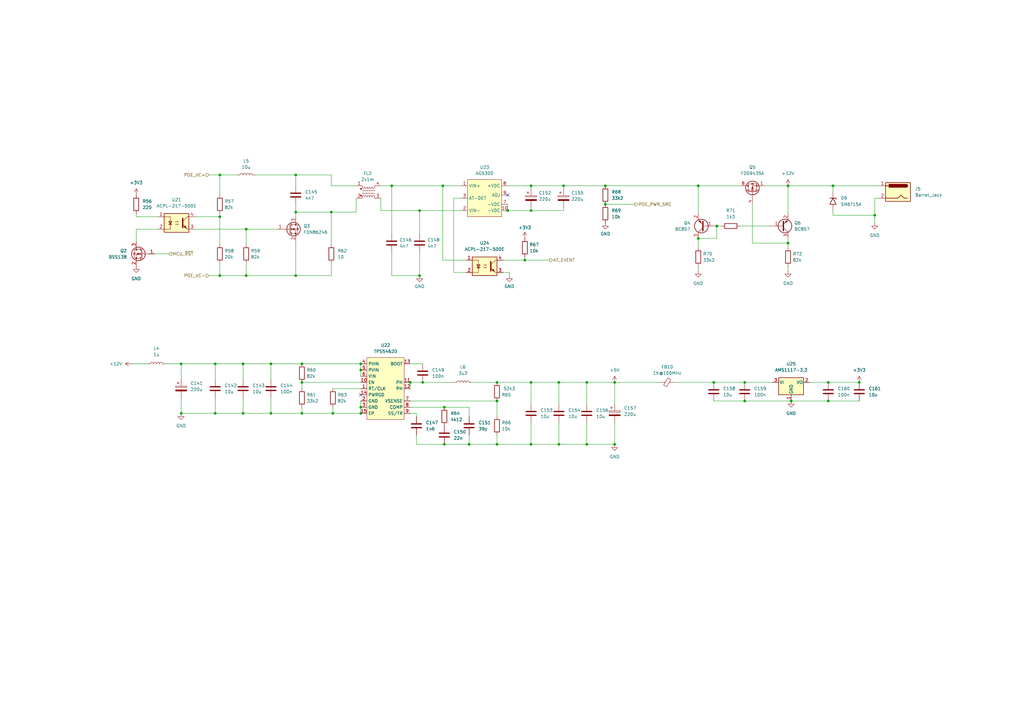
<source format=kicad_sch>
(kicad_sch (version 20211123) (generator eeschema)
  (paper "A3")
  (title_block (title "Kirdy") (date "2022-07-03") (rev "r0.1") (company "M-Labs") (comment 1 "Alex Wong Tat Hang"))
  (lib_symbols
    (symbol "Connector:Barrel_Jack" (pin_names (offset 1.016))
      (property "Reference" "J" (at 0 5.334 0))
      (property "Value" "Barrel_Jack" (at 0 -5.08 0))
      (symbol "Barrel_Jack_0_1"
        (rectangle (start -5.08 3.81) (end 5.08 -3.81) (stroke (width 0.254)) (fill (type background)))
        (arc (start -3.302 3.175) (mid -3.937 2.54) (end -3.302 1.905) (stroke (width 0.254)))
        (arc (start -3.302 3.175) (mid -3.937 2.54) (end -3.302 1.905) (stroke (width 0.254)) (fill (type outline)))
        (polyline (pts (xy 5.08 2.54) (xy 3.81 2.54)) (stroke (width 0.254)))
        (polyline (pts (xy -3.81 -2.54) (xy -2.54 -2.54) (xy -1.27 -1.27) (xy 0 -2.54) (xy 2.54 -2.54) (xy 5.08 -2.54)) (stroke (width 0.254)))
        (rectangle (start 3.683 3.175) (end -3.302 1.905) (stroke (width 0.254)) (fill (type outline)))
      )
      (symbol "Barrel_Jack_1_1"
        (pin passive line (at 7.62 2.54 180) (length 2.54) (name "~") (number "1"))
        (pin passive line (at 7.62 -2.54 180) (length 2.54) (name "~") (number "2"))
      )
    )
    (symbol "Device:C" (pin_numbers hide) (pin_names (offset 0.254))
      (property "Reference" "C" (at 0.635 2.54 0))
      (property "Value" "C" (at 0.635 -2.54 0))
      (symbol "C_0_1"
        (polyline (pts (xy -2.032 -0.762) (xy 2.032 -0.762)) (stroke (width 0.508)))
        (polyline (pts (xy -2.032 0.762) (xy 2.032 0.762)) (stroke (width 0.508)))
      )
      (symbol "C_1_1"
        (pin passive line (at 0 3.81 270) (length 2.794) (name "~") (number "1"))
        (pin passive line (at 0 -3.81 90) (length 2.794) (name "~") (number "2"))
      )
    )
    (symbol "Device:C_Polarized" (pin_numbers hide) (pin_names (offset 0.254))
      (property "Reference" "C" (at 0.635 2.54 0))
      (property "Value" "C_Polarized" (at 0.635 -2.54 0))
      (symbol "C_Polarized_0_1"
        (rectangle (start -2.286 0.508) (end 2.286 1.016))
        (polyline (pts (xy -1.778 2.286) (xy -0.762 2.286)))
        (polyline (pts (xy -1.27 2.794) (xy -1.27 1.778)))
        (rectangle (start 2.286 -0.508) (end -2.286 -1.016) (fill (type outline)))
      )
      (symbol "C_Polarized_1_1"
        (pin passive line (at 0 3.81 270) (length 2.794) (name "~") (number "1"))
        (pin passive line (at 0 -3.81 90) (length 2.794) (name "~") (number "2"))
      )
    )
    (symbol "Device:FerriteBead_Small" (pin_numbers hide) (pin_names (offset 0))
      (property "Reference" "FB" (at 1.905 1.27 0))
      (property "Value" "FerriteBead_Small" (at 1.905 -1.27 0))
      (symbol "FerriteBead_Small_0_1"
        (polyline (pts (xy 0 -1.27) (xy 0 -0.7874)))
        (polyline (pts (xy 0 0.889) (xy 0 1.2954)))
        (polyline (pts (xy -1.8288 0.2794) (xy -1.1176 1.4986) (xy 1.8288 -0.2032) (xy 1.1176 -1.4224) (xy -1.8288 0.2794)))
      )
      (symbol "FerriteBead_Small_1_1"
        (pin passive line (at 0 2.54 270) (length 1.27) (name "~") (number "1"))
        (pin passive line (at 0 -2.54 90) (length 1.27) (name "~") (number "2"))
      )
    )
    (symbol "Device:Filter_EMI_LL_1423" (pin_names hide)
      (property "Reference" "FL" (at 0 4.445 0))
      (property "Value" "Filter_EMI_LL_1423" (at 0 -4.445 0))
      (symbol "Filter_EMI_LL_1423_0_1"
        (circle (center -3.048 -1.27) (radius 0.254) (fill (type outline)))
        (circle (center -3.048 1.524) (radius 0.254) (fill (type outline)))
        (arc (start -2.54 2.032) (mid -2.032 1.524) (end -1.524 2.032))
        (arc (start -1.524 -2.032) (mid -2.032 -1.524) (end -2.54 -2.032))
        (arc (start -1.524 2.032) (mid -1.016 1.524) (end -0.508 2.032))
        (arc (start -0.508 -2.032) (mid -1.016 -1.524) (end -1.524 -2.032))
        (arc (start -0.508 2.032) (mid 0 1.524) (end 0.508 2.032))
        (polyline (pts (xy -2.54 -2.032) (xy -2.54 -2.54)))
        (polyline (pts (xy -2.54 0.508) (xy 2.54 0.508)))
        (polyline (pts (xy -2.54 2.032) (xy -2.54 2.54)))
        (polyline (pts (xy 2.54 -2.032) (xy 2.54 -2.54)))
        (polyline (pts (xy 2.54 -0.508) (xy -2.54 -0.508)))
        (polyline (pts (xy 2.54 2.54) (xy 2.54 2.032)))
        (arc (start 0.508 -2.032) (mid 0 -1.524) (end -0.508 -2.032))
        (arc (start 0.508 2.032) (mid 1.016 1.524) (end 1.524 2.032))
        (arc (start 1.524 -2.032) (mid 1.016 -1.524) (end 0.508 -2.032))
        (arc (start 1.524 2.032) (mid 2.032 1.524) (end 2.54 2.032))
        (arc (start 2.54 -2.032) (mid 2.032 -1.524) (end 1.524 -2.032))
      )
      (symbol "Filter_EMI_LL_1423_1_1"
        (pin passive line (at -5.08 -2.54 0) (length 2.54) (name "1") (number "1"))
        (pin passive line (at -5.08 2.54 0) (length 2.54) (name "2") (number "2"))
        (pin passive line (at 5.08 2.54 180) (length 2.54) (name "3") (number "3"))
        (pin passive line (at 5.08 -2.54 180) (length 2.54) (name "4") (number "4"))
      )
    )
    (symbol "Device:L" (pin_numbers hide) (pin_names (offset 1.016) hide)
      (property "Reference" "L" (at -1.27 0 90))
      (property "Value" "L" (at 1.905 0 90))
      (symbol "L_0_1"
        (arc (start 0 -2.54) (mid 0.635 -1.905) (end 0 -1.27))
        (arc (start 0 -1.27) (mid 0.635 -0.635) (end 0 0))
        (arc (start 0 0) (mid 0.635 0.635) (end 0 1.27))
        (arc (start 0 1.27) (mid 0.635 1.905) (end 0 2.54))
      )
      (symbol "L_1_1"
        (pin passive line (at 0 3.81 270) (length 1.27) (name "1") (number "1"))
        (pin passive line (at 0 -3.81 90) (length 1.27) (name "2") (number "2"))
      )
    )
    (symbol "Device:R" (pin_numbers hide) (pin_names (offset 0))
      (property "Reference" "R" (at 2.032 0 90))
      (property "Value" "R" (at 0 0 90))
      (symbol "R_0_1"
        (rectangle (start -1.016 -2.54) (end 1.016 2.54) (stroke (width 0.254)))
      )
      (symbol "R_1_1"
        (pin passive line (at 0 3.81 270) (length 1.27) (name "~") (number "1"))
        (pin passive line (at 0 -3.81 90) (length 1.27) (name "~") (number "2"))
      )
    )
    (symbol "Diode:SM6T15A" (pin_numbers hide) (pin_names (offset 1.016) hide)
      (property "Reference" "D" (at 0 2.54 0))
      (property "Value" "SM6T15A" (at 0 -2.54 0))
      (symbol "SM6T15A_0_1"
        (polyline (pts (xy -0.762 1.27) (xy -1.27 1.27) (xy -1.27 -1.27)) (stroke (width 0.254)))
        (polyline (pts (xy 1.27 1.27) (xy 1.27 -1.27) (xy -1.27 0) (xy 1.27 1.27)) (stroke (width 0.254)))
      )
      (symbol "SM6T15A_1_1"
        (pin passive line (at -3.81 0 0) (length 2.54) (name "A1") (number "1"))
        (pin passive line (at 3.81 0 180) (length 2.54) (name "A2") (number "2"))
      )
    )
    (symbol "Isolator:SFH617A-2X009T"
      (property "Reference" "U" (at -3.81 5.08 0))
      (property "Value" "SFH617A-2X009T" (at 0 -5.08 0))
      (symbol "SFH617A-2X009T_1_1"
        (rectangle (start -5.08 3.81) (end 5.08 -3.81) (stroke (width 0.254)) (fill (type background)))
        (polyline (pts (xy -3.175 -0.635) (xy -1.905 -0.635)) (stroke (width 0.254)))
        (polyline (pts (xy 2.54 0.635) (xy 4.445 2.54)))
        (polyline (pts (xy 4.445 -2.54) (xy 2.54 -0.635)) (fill (type outline)))
        (polyline (pts (xy 4.445 -2.54) (xy 5.08 -2.54)))
        (polyline (pts (xy 4.445 2.54) (xy 5.08 2.54)))
        (polyline (pts (xy -5.08 2.54) (xy -2.54 2.54) (xy -2.54 -0.762)))
        (polyline (pts (xy -2.54 -0.635) (xy -2.54 -2.54) (xy -5.08 -2.54)))
        (polyline (pts (xy 2.54 1.905) (xy 2.54 -1.905) (xy 2.54 -1.905)) (stroke (width 0.508)))
        (polyline (pts (xy -2.54 -0.635) (xy -3.175 0.635) (xy -1.905 0.635) (xy -2.54 -0.635)) (stroke (width 0.254)))
        (polyline (pts (xy -0.508 -0.508) (xy 0.762 -0.508) (xy 0.381 -0.635) (xy 0.381 -0.381) (xy 0.762 -0.508)))
        (polyline (pts (xy -0.508 0.508) (xy 0.762 0.508) (xy 0.381 0.381) (xy 0.381 0.635) (xy 0.762 0.508)))
        (polyline (pts (xy 3.048 -1.651) (xy 3.556 -1.143) (xy 4.064 -2.159) (xy 3.048 -1.651) (xy 3.048 -1.651)) (fill (type outline)))
        (pin passive line (at -7.62 2.54 0) (length 2.54) (name "~") (number "1"))
        (pin passive line (at -7.62 -2.54 0) (length 2.54) (name "~") (number "2"))
        (pin passive line (at 7.62 -2.54 180) (length 2.54) (name "~") (number "3"))
        (pin passive line (at 7.62 2.54 180) (length 2.54) (name "~") (number "4"))
      )
    )
    (symbol "Regulator_Linear:AMS1117-3.3" (pin_names (offset 0.254))
      (property "Reference" "U" (at -3.81 3.175 0))
      (property "Value" "AMS1117-3.3" (at 0 3.175 0))
      (symbol "AMS1117-3.3_0_1"
        (rectangle (start -5.08 -5.08) (end 5.08 1.905) (stroke (width 0.254)) (fill (type background)))
      )
      (symbol "AMS1117-3.3_1_1"
        (pin power_in line (at 0 -7.62 90) (length 2.54) (name "GND") (number "1"))
        (pin power_out line (at 7.62 0 180) (length 2.54) (name "VO") (number "2"))
        (pin power_in line (at -7.62 0 0) (length 2.54) (name "VI") (number "3"))
      )
    )
    (symbol "Transistor_BJT:BC857" (pin_names (offset 0) hide)
      (property "Reference" "Q" (at 5.08 1.905 0))
      (property "Value" "BC857" (at 5.08 0 0))
      (symbol "BC857_0_1"
        (polyline (pts (xy 0.635 0.635) (xy 2.54 2.54)))
        (polyline (pts (xy 0.635 -0.635) (xy 2.54 -2.54) (xy 2.54 -2.54)))
        (polyline (pts (xy 0.635 1.905) (xy 0.635 -1.905) (xy 0.635 -1.905)) (stroke (width 0.508)))
        (polyline (pts (xy 2.286 -1.778) (xy 1.778 -2.286) (xy 1.27 -1.27) (xy 2.286 -1.778) (xy 2.286 -1.778)) (fill (type outline)))
        (circle (center 1.27 0) (radius 2.8194) (stroke (width 0.254)))
      )
      (symbol "BC857_1_1"
        (pin input line (at -5.08 0 0) (length 5.715) (name "B") (number "1"))
        (pin passive line (at 2.54 -5.08 90) (length 2.54) (name "E") (number "2"))
        (pin passive line (at 2.54 5.08 270) (length 2.54) (name "C") (number "3"))
      )
    )
    (symbol "Transistor_FET:BSS138" (pin_names hide)
      (property "Reference" "Q" (at 5.08 1.905 0))
      (property "Value" "BSS138" (at 5.08 0 0))
      (symbol "BSS138_0_1"
        (polyline (pts (xy 0.254 0) (xy -2.54 0)))
        (polyline (pts (xy 0.254 1.905) (xy 0.254 -1.905)) (stroke (width 0.254)))
        (polyline (pts (xy 0.762 -1.27) (xy 0.762 -2.286)) (stroke (width 0.254)))
        (polyline (pts (xy 0.762 0.508) (xy 0.762 -0.508)) (stroke (width 0.254)))
        (polyline (pts (xy 0.762 2.286) (xy 0.762 1.27)) (stroke (width 0.254)))
        (polyline (pts (xy 2.54 2.54) (xy 2.54 1.778)))
        (polyline (pts (xy 2.54 -2.54) (xy 2.54 0) (xy 0.762 0)))
        (polyline (pts (xy 0.762 -1.778) (xy 3.302 -1.778) (xy 3.302 1.778) (xy 0.762 1.778)))
        (polyline (pts (xy 1.016 0) (xy 2.032 0.381) (xy 2.032 -0.381) (xy 1.016 0)) (fill (type outline)))
        (polyline (pts (xy 2.794 0.508) (xy 2.921 0.381) (xy 3.683 0.381) (xy 3.81 0.254)))
        (polyline (pts (xy 3.302 0.381) (xy 2.921 -0.254) (xy 3.683 -0.254) (xy 3.302 0.381)))
        (circle (center 1.651 0) (radius 2.794) (stroke (width 0.254)))
        (circle (center 2.54 -1.778) (radius 0.254) (fill (type outline)))
        (circle (center 2.54 1.778) (radius 0.254) (fill (type outline)))
      )
      (symbol "BSS138_1_1"
        (pin input line (at -5.08 0 0) (length 2.54) (name "G") (number "1"))
        (pin passive line (at 2.54 -5.08 90) (length 2.54) (name "S") (number "2"))
        (pin passive line (at 2.54 5.08 270) (length 2.54) (name "D") (number "3"))
      )
    )
    (symbol "Transistor_FET:FDS9435A" (pin_names hide)
      (property "Reference" "Q" (at 5.08 1.905 0))
      (property "Value" "FDS9435A" (at 5.08 0 0))
      (symbol "FDS9435A_0_1"
        (polyline (pts (xy 0.254 0) (xy -2.54 0)))
        (polyline (pts (xy 0.254 1.905) (xy 0.254 -1.905)) (stroke (width 0.254)))
        (polyline (pts (xy 0.762 -1.27) (xy 0.762 -2.286)) (stroke (width 0.254)))
        (polyline (pts (xy 0.762 0.508) (xy 0.762 -0.508)) (stroke (width 0.254)))
        (polyline (pts (xy 0.762 2.286) (xy 0.762 1.27)) (stroke (width 0.254)))
        (polyline (pts (xy 2.54 2.54) (xy 2.54 1.778)))
        (polyline (pts (xy 2.54 -2.54) (xy 2.54 0) (xy 0.762 0)))
        (polyline (pts (xy 0.762 1.778) (xy 3.302 1.778) (xy 3.302 -1.778) (xy 0.762 -1.778)))
        (polyline (pts (xy 2.286 0) (xy 1.27 0.381) (xy 1.27 -0.381) (xy 2.286 0)) (fill (type outline)))
        (polyline (pts (xy 2.794 -0.508) (xy 2.921 -0.381) (xy 3.683 -0.381) (xy 3.81 -0.254)))
        (polyline (pts (xy 3.302 -0.381) (xy 2.921 0.254) (xy 3.683 0.254) (xy 3.302 -0.381)))
        (circle (center 1.651 0) (radius 2.794) (stroke (width 0.254)))
        (circle (center 2.54 -1.778) (radius 0.254) (fill (type outline)))
        (circle (center 2.54 1.778) (radius 0.254) (fill (type outline)))
      )
      (symbol "FDS9435A_1_1"
        (pin passive line (at 2.54 -5.08 90) (length 2.54) (name "S") (number "1"))
        (pin passive line (at 2.54 -5.08 90) (length 2.54) hide (name "S") (number "2"))
        (pin passive line (at 2.54 -5.08 90) (length 2.54) hide (name "S") (number "3"))
        (pin passive line (at -5.08 0 0) (length 2.54) (name "G") (number "4"))
        (pin passive line (at 2.54 5.08 270) (length 2.54) hide (name "D") (number "5"))
        (pin passive line (at 2.54 5.08 270) (length 2.54) hide (name "D") (number "6"))
        (pin passive line (at 2.54 5.08 270) (length 2.54) hide (name "D") (number "7"))
        (pin passive line (at 2.54 5.08 270) (length 2.54) (name "D") (number "8"))
      )
    )
    (symbol "kirdy:AG5300"
      (property "Reference" "U" (at 6.35 -6.35 0))
      (property "Value" "AG5300" (at -2.54 -6.35 0))
      (symbol "AG5300_0_0"
        (pin power_in line (at -8.89 7.62 0) (length 2.54) (name "VIN+") (number "1"))
        (pin power_out line (at 10.16 -2.54 180) (length 2.54) (name "-VDC") (number "10"))
        (pin power_in line (at -8.89 -2.54 0) (length 2.54) (name "VIN-") (number "2"))
        (pin output line (at -8.89 2.54 0) (length 2.54) (name "AT-DET") (number "3"))
        (pin no_connect line (at -0.635 5.715 90) (length 2.54) hide (name "NC") (number "4"))
        (pin no_connect line (at 0.635 5.715 90) (length 2.54) hide (name "NC") (number "5"))
        (pin no_connect line (at 1.905 5.715 90) (length 2.54) hide (name "NC") (number "6"))
        (pin power_out line (at 10.16 0 180) (length 2.54) (name "-VDC") (number "7"))
        (pin power_out line (at 10.16 7.62 180) (length 2.54) (name "+VDC") (number "8"))
        (pin input line (at 10.16 3.81 180) (length 2.54) (name "ADJ") (number "9"))
      )
      (symbol "AG5300_0_1"
        (rectangle (start -6.35 10.16) (end 7.62 -5.08) (fill (type background)))
      )
    )
    (symbol "kirdy:TPS54620"
      (property "Reference" "U" (at 0 -17.78 0))
      (property "Value" "TPS54620" (at 0 -15.24 0))
      (symbol "TPS54620_0_0"
        (pin input line (at -10.16 0 0) (length 2.54) (name "RT/CLK") (number "1"))
        (pin input line (at -10.16 2.54 0) (length 2.54) (name "EN") (number "10"))
        (pin power_out line (at 10.16 2.54 180) (length 2.54) (name "PH") (number "11"))
        (pin passive line (at 10.16 0 180) (length 2.54) (name "PH") (number "12"))
        (pin input line (at 10.16 10.16 180) (length 2.54) (name "BOOT") (number "13"))
        (pin output line (at -10.16 -2.54 0) (length 2.54) (name "PWRGD") (number "14"))
        (pin power_in line (at -10.16 -10.16 0) (length 2.54) (name "EP") (number "15"))
        (pin power_in line (at -10.16 -5.08 0) (length 2.54) (name "GND") (number "2"))
        (pin power_in line (at -10.16 -7.62 0) (length 2.54) (name "GND") (number "3"))
        (pin power_in line (at -10.16 10.16 0) (length 2.54) (name "PVIN") (number "4"))
        (pin power_in line (at -10.16 7.62 0) (length 2.54) (name "PVIN") (number "5"))
        (pin power_in line (at -10.16 5.08 0) (length 2.54) (name "VIN") (number "6"))
        (pin input line (at 10.16 -5.08 180) (length 2.54) (name "VSENSE") (number "7"))
        (pin output line (at 10.16 -7.62 180) (length 2.54) (name "COMP") (number "8"))
        (pin output line (at 10.16 -10.16 180) (length 2.54) (name "SS/TR") (number "9"))
      )
      (symbol "TPS54620_0_1"
        (rectangle (start -7.62 12.7) (end 7.62 -12.7) (fill (type background)))
      )
    )
    (symbol "power:+12V" (power) (pin_names (offset 0))
      (property "Value" "+12V" (at 0 3.556 0))
      (symbol "+12V_0_1"
        (polyline (pts (xy -0.762 1.27) (xy 0 2.54)))
        (polyline (pts (xy 0 0) (xy 0 2.54)))
        (polyline (pts (xy 0 2.54) (xy 0.762 1.27)))
      )
      (symbol "+12V_1_1"
        (pin power_in line (at 0 0 90) (length 0) hide (name "+12V") (number "1"))
      )
    )
    (symbol "power:+3V3" (power) (pin_names (offset 0))
      (property "Value" "+3V3" (at 0 3.556 0))
      (symbol "+3V3_0_1"
        (polyline (pts (xy -0.762 1.27) (xy 0 2.54)))
        (polyline (pts (xy 0 0) (xy 0 2.54)))
        (polyline (pts (xy 0 2.54) (xy 0.762 1.27)))
      )
      (symbol "+3V3_1_1"
        (pin power_in line (at 0 0 90) (length 0) hide (name "+3V3") (number "1"))
      )
    )
    (symbol "power:+5V" (power) (pin_names (offset 0))
      (property "Value" "+5V" (at 0 3.556 0))
      (symbol "+5V_0_1"
        (polyline (pts (xy -0.762 1.27) (xy 0 2.54)))
        (polyline (pts (xy 0 0) (xy 0 2.54)))
        (polyline (pts (xy 0 2.54) (xy 0.762 1.27)))
      )
      (symbol "+5V_1_1"
        (pin power_in line (at 0 0 90) (length 0) hide (name "+5V") (number "1"))
      )
    )
    (symbol "power:GND" (power) (pin_names (offset 0))
      (property "Value" "GND" (at 0 -3.81 0))
      (symbol "GND_0_1"
        (polyline (pts (xy 0 0) (xy 0 -1.27) (xy 1.27 -1.27) (xy 0 -2.54) (xy -1.27 -1.27) (xy 0 -1.27)))
      )
      (symbol "GND_1_1"
        (pin power_in line (at 0 0 270) (length 0) hide (name "GND") (number "1"))
      )
    )
  )
  (junction (at 88.265 149.225))
  (junction (at 352.425 156.845))
  (junction (at 323.215 99.695))
  (junction (at 182.245 182.245))
  (junction (at 147.955 167.005))
  (junction (at 100.965 93.98))
  (junction (at 252.095 182.245))
  (junction (at 182.245 167.005))
  (junction (at 121.285 86.995))
  (junction (at 305.435 164.465))
  (junction (at 229.235 156.845))
  (junction (at 203.835 156.845))
  (junction (at 90.17 113.03))
  (junction (at 135.89 86.995))
  (junction (at 294.005 92.71))
  (junction (at 252.095 156.845))
  (junction (at 111.125 169.545))
  (junction (at 168.275 156.845))
  (junction (at 172.085 113.03))
  (junction (at 136.525 169.545))
  (junction (at 74.295 169.545))
  (junction (at 248.285 83.82))
  (junction (at 358.775 88.265))
  (junction (at 90.17 88.9))
  (junction (at 240.665 182.245))
  (junction (at 147.955 149.225))
  (junction (at 203.835 182.245))
  (junction (at 324.485 164.465))
  (junction (at 121.285 113.03))
  (junction (at 240.665 156.845))
  (junction (at 111.125 149.225))
  (junction (at 339.725 164.465))
  (junction (at 181.61 76.2))
  (junction (at 160.655 76.2))
  (junction (at 121.285 71.755))
  (junction (at 123.825 169.545))
  (junction (at 305.435 156.845))
  (junction (at 339.725 156.845))
  (junction (at 203.835 164.465))
  (junction (at 248.285 76.2))
  (junction (at 217.805 182.245))
  (junction (at 286.385 76.2))
  (junction (at 292.735 156.845))
  (junction (at 217.805 156.845))
  (junction (at 217.805 76.2))
  (junction (at 88.265 169.545))
  (junction (at 231.14 76.2))
  (junction (at 217.805 86.36))
  (junction (at 123.825 149.225))
  (junction (at 74.295 149.225))
  (junction (at 341.63 76.2))
  (junction (at 90.17 71.755))
  (junction (at 99.695 169.545))
  (junction (at 215.265 106.68))
  (junction (at 100.965 113.03))
  (junction (at 286.385 97.79))
  (junction (at 147.955 151.765))
  (junction (at 229.235 182.245))
  (junction (at 192.405 182.245))
  (junction (at 99.695 149.225))
  (junction (at 172.085 86.36))
  (junction (at 323.215 76.2))
  (junction (at 123.825 156.845))
  (junction (at 147.955 169.545))
  (junction (at 173.355 156.845))
  (junction (at 208.28 86.36))
  (no_connect (at 208.28 80.01))
  (no_connect (at 147.955 161.925))
  (wire (pts (xy 104.775 71.755) (xy 121.285 71.755)))
  (wire (pts (xy 121.285 86.995) (xy 121.285 88.9)))
  (wire (pts (xy 136.525 167.005) (xy 136.525 169.545)))
  (wire (pts (xy 146.05 76.2) (xy 135.89 76.2)))
  (wire (pts (xy 88.265 149.225) (xy 99.695 149.225)))
  (wire (pts (xy 147.955 164.465) (xy 147.955 167.005)))
  (wire (pts (xy 217.805 85.09) (xy 217.805 86.36)))
  (wire (pts (xy 80.01 93.98) (xy 100.965 93.98)))
  (wire (pts (xy 217.805 86.36) (xy 231.14 86.36)))
  (wire (pts (xy 111.125 149.225) (xy 123.825 149.225)))
  (wire (pts (xy 63.5 104.14) (xy 69.215 104.14)))
  (wire (pts (xy 160.655 113.03) (xy 172.085 113.03)))
  (wire (pts (xy 135.89 86.995) (xy 135.89 100.33)))
  (wire (pts (xy 99.695 163.195) (xy 99.695 169.545)))
  (wire (pts (xy 146.05 81.28) (xy 146.05 86.995)))
  (wire (pts (xy 208.28 83.82) (xy 208.28 86.36)))
  (wire (pts (xy 172.085 103.505) (xy 172.085 113.03)))
  (wire (pts (xy 136.525 159.385) (xy 147.955 159.385)))
  (wire (pts (xy 229.235 182.245) (xy 240.665 182.245)))
  (wire (pts (xy 341.63 76.2) (xy 360.68 76.2)))
  (wire (pts (xy 99.695 169.545) (xy 111.125 169.545)))
  (wire (pts (xy 111.125 169.545) (xy 123.825 169.545)))
  (wire (pts (xy 156.21 86.36) (xy 172.085 86.36)))
  (wire (pts (xy 292.735 164.465) (xy 305.435 164.465)))
  (wire (pts (xy 170.815 178.435) (xy 170.815 182.245)))
  (wire (pts (xy 203.835 182.245) (xy 203.835 178.435)))
  (wire (pts (xy 182.245 167.005) (xy 192.405 167.005)))
  (wire (pts (xy 217.805 156.845) (xy 217.805 165.735)))
  (wire (pts (xy 53.975 149.225) (xy 60.325 149.225)))
  (wire (pts (xy 313.69 76.2) (xy 323.215 76.2)))
  (wire (pts (xy 231.14 76.2) (xy 248.285 76.2)))
  (wire (pts (xy 147.955 149.225) (xy 147.955 151.765)))
  (wire (pts (xy 85.725 113.03) (xy 90.17 113.03)))
  (wire (pts (xy 80.01 88.9) (xy 90.17 88.9)))
  (wire (pts (xy 168.275 149.225) (xy 173.355 149.225)))
  (wire (pts (xy 123.825 156.845) (xy 123.825 159.385)))
  (wire (pts (xy 208.28 86.36) (xy 217.805 86.36)))
  (wire (pts (xy 100.965 113.03) (xy 100.965 107.95)))
  (wire (pts (xy 123.825 167.005) (xy 123.825 169.545)))
  (wire (pts (xy 74.295 163.195) (xy 74.295 169.545)))
  (wire (pts (xy 240.665 156.845) (xy 240.665 165.735)))
  (wire (pts (xy 252.095 182.245) (xy 252.095 173.355)))
  (wire (pts (xy 121.285 86.995) (xy 135.89 86.995)))
  (wire (pts (xy 305.435 156.845) (xy 316.865 156.845)))
  (wire (pts (xy 252.095 156.845) (xy 271.145 156.845)))
  (wire (pts (xy 99.695 149.225) (xy 111.125 149.225)))
  (wire (pts (xy 135.89 71.755) (xy 121.285 71.755)))
  (wire (pts (xy 168.275 164.465) (xy 203.835 164.465)))
  (wire (pts (xy 90.17 80.01) (xy 90.17 71.755)))
  (wire (pts (xy 252.095 156.845) (xy 252.095 165.735)))
  (wire (pts (xy 323.215 76.2) (xy 323.215 87.63)))
  (wire (pts (xy 123.825 156.845) (xy 147.955 156.845)))
  (wire (pts (xy 135.89 113.03) (xy 121.285 113.03)))
  (wire (pts (xy 358.775 81.28) (xy 360.68 81.28)))
  (wire (pts (xy 341.63 86.36) (xy 341.63 88.265)))
  (wire (pts (xy 88.265 169.545) (xy 99.695 169.545)))
  (wire (pts (xy 215.265 106.68) (xy 225.425 106.68)))
  (wire (pts (xy 136.525 169.545) (xy 147.955 169.545)))
  (wire (pts (xy 90.17 113.03) (xy 100.965 113.03)))
  (wire (pts (xy 339.725 156.845) (xy 352.425 156.845)))
  (wire (pts (xy 135.89 107.95) (xy 135.89 113.03)))
  (wire (pts (xy 231.14 76.2) (xy 231.14 77.47)))
  (wire (pts (xy 123.825 149.225) (xy 147.955 149.225)))
  (wire (pts (xy 248.285 76.2) (xy 286.385 76.2)))
  (wire (pts (xy 156.21 81.28) (xy 156.21 86.36)))
  (wire (pts (xy 55.88 93.98) (xy 64.77 93.98)))
  (wire (pts (xy 74.295 155.575) (xy 74.295 149.225)))
  (wire (pts (xy 206.375 111.76) (xy 208.915 111.76)))
  (wire (pts (xy 181.61 76.2) (xy 181.61 106.68)))
  (wire (pts (xy 121.285 113.03) (xy 100.965 113.03)))
  (wire (pts (xy 217.805 156.845) (xy 229.235 156.845)))
  (wire (pts (xy 90.17 87.63) (xy 90.17 88.9)))
  (wire (pts (xy 90.17 71.755) (xy 97.155 71.755)))
  (wire (pts (xy 172.085 86.36) (xy 172.085 95.885)))
  (wire (pts (xy 208.915 111.76) (xy 208.915 113.03)))
  (wire (pts (xy 55.88 99.06) (xy 55.88 93.98)))
  (wire (pts (xy 203.835 156.845) (xy 217.805 156.845)))
  (wire (pts (xy 332.105 156.845) (xy 339.725 156.845)))
  (wire (pts (xy 123.825 169.545) (xy 136.525 169.545)))
  (wire (pts (xy 170.815 182.245) (xy 182.245 182.245)))
  (wire (pts (xy 323.215 76.2) (xy 341.63 76.2)))
  (wire (pts (xy 341.63 76.2) (xy 341.63 78.74)))
  (wire (pts (xy 192.405 182.245) (xy 203.835 182.245)))
  (wire (pts (xy 173.355 156.845) (xy 186.055 156.845)))
  (wire (pts (xy 121.285 71.755) (xy 121.285 76.2)))
  (wire (pts (xy 206.375 106.68) (xy 215.265 106.68)))
  (wire (pts (xy 186.055 111.76) (xy 191.135 111.76)))
  (wire (pts (xy 90.17 88.9) (xy 90.17 100.33)))
  (wire (pts (xy 111.125 163.195) (xy 111.125 169.545)))
  (wire (pts (xy 294.005 92.71) (xy 295.91 92.71)))
  (wire (pts (xy 100.965 93.98) (xy 113.665 93.98)))
  (wire (pts (xy 55.88 87.63) (xy 55.88 88.9)))
  (wire (pts (xy 203.835 182.245) (xy 217.805 182.245)))
  (wire (pts (xy 341.63 88.265) (xy 358.775 88.265)))
  (wire (pts (xy 286.385 97.79) (xy 286.385 101.6)))
  (wire (pts (xy 286.385 76.2) (xy 286.385 87.63)))
  (wire (pts (xy 100.965 93.98) (xy 100.965 100.33)))
  (wire (pts (xy 229.235 156.845) (xy 240.665 156.845)))
  (wire (pts (xy 181.61 76.2) (xy 189.23 76.2)))
  (wire (pts (xy 90.17 107.95) (xy 90.17 113.03)))
  (wire (pts (xy 215.265 105.41) (xy 215.265 106.68)))
  (wire (pts (xy 74.295 149.225) (xy 88.265 149.225)))
  (wire (pts (xy 308.61 83.82) (xy 308.61 99.695)))
  (wire (pts (xy 231.14 86.36) (xy 231.14 85.09)))
  (wire (pts (xy 217.805 76.2) (xy 217.805 77.47)))
  (wire (pts (xy 160.655 103.505) (xy 160.655 113.03)))
  (wire (pts (xy 147.955 167.005) (xy 147.955 169.545)))
  (wire (pts (xy 276.225 156.845) (xy 292.735 156.845)))
  (wire (pts (xy 358.775 88.265) (xy 358.775 81.28)))
  (wire (pts (xy 323.215 109.22) (xy 323.215 111.125)))
  (wire (pts (xy 286.385 109.22) (xy 286.385 111.125)))
  (wire (pts (xy 88.265 149.225) (xy 88.265 155.575)))
  (wire (pts (xy 305.435 164.465) (xy 324.485 164.465)))
  (wire (pts (xy 203.835 170.815) (xy 203.835 164.465)))
  (wire (pts (xy 168.275 156.845) (xy 173.355 156.845)))
  (wire (pts (xy 147.955 151.765) (xy 147.955 154.305)))
  (wire (pts (xy 121.285 99.06) (xy 121.285 113.03)))
  (wire (pts (xy 170.815 169.545) (xy 170.815 170.815)))
  (wire (pts (xy 193.675 156.845) (xy 203.835 156.845)))
  (wire (pts (xy 286.385 97.79) (xy 294.005 97.79)))
  (wire (pts (xy 189.23 81.28) (xy 186.055 81.28)))
  (wire (pts (xy 146.05 86.995) (xy 135.89 86.995)))
  (wire (pts (xy 248.285 83.82) (xy 260.35 83.82)))
  (wire (pts (xy 172.085 86.36) (xy 189.23 86.36)))
  (wire (pts (xy 229.235 156.845) (xy 229.235 165.735)))
  (wire (pts (xy 88.265 163.195) (xy 88.265 169.545)))
  (wire (pts (xy 192.405 182.245) (xy 192.405 178.435)))
  (wire (pts (xy 294.005 97.79) (xy 294.005 92.71)))
  (wire (pts (xy 181.61 106.68) (xy 191.135 106.68)))
  (wire (pts (xy 240.665 173.355) (xy 240.665 182.245)))
  (wire (pts (xy 121.285 83.82) (xy 121.285 86.995)))
  (wire (pts (xy 217.805 173.355) (xy 217.805 182.245)))
  (wire (pts (xy 168.275 169.545) (xy 170.815 169.545)))
  (wire (pts (xy 217.805 76.2) (xy 231.14 76.2)))
  (wire (pts (xy 182.245 182.245) (xy 192.405 182.245)))
  (wire (pts (xy 186.055 81.28) (xy 186.055 111.76)))
  (wire (pts (xy 74.295 169.545) (xy 88.265 169.545)))
  (wire (pts (xy 135.89 76.2) (xy 135.89 71.755)))
  (wire (pts (xy 67.945 149.225) (xy 74.295 149.225)))
  (wire (pts (xy 286.385 76.2) (xy 303.53 76.2)))
  (wire (pts (xy 229.235 173.355) (xy 229.235 182.245)))
  (wire (pts (xy 111.125 149.225) (xy 111.125 155.575)))
  (wire (pts (xy 192.405 167.005) (xy 192.405 170.815)))
  (wire (pts (xy 240.665 182.245) (xy 252.095 182.245)))
  (wire (pts (xy 160.655 76.2) (xy 181.61 76.2)))
  (wire (pts (xy 323.215 99.695) (xy 323.215 101.6)))
  (wire (pts (xy 308.61 99.695) (xy 323.215 99.695)))
  (wire (pts (xy 339.725 164.465) (xy 352.425 164.465)))
  (wire (pts (xy 168.275 167.005) (xy 182.245 167.005)))
  (wire (pts (xy 292.735 156.845) (xy 305.435 156.845)))
  (wire (pts (xy 303.53 92.71) (xy 315.595 92.71)))
  (wire (pts (xy 99.695 155.575) (xy 99.695 149.225)))
  (wire (pts (xy 168.275 156.845) (xy 168.275 159.385)))
  (wire (pts (xy 85.725 71.755) (xy 90.17 71.755)))
  (wire (pts (xy 156.21 76.2) (xy 160.655 76.2)))
  (wire (pts (xy 55.88 88.9) (xy 64.77 88.9)))
  (wire (pts (xy 160.655 76.2) (xy 160.655 95.885)))
  (wire (pts (xy 323.215 97.79) (xy 323.215 99.695)))
  (wire (pts (xy 240.665 156.845) (xy 252.095 156.845)))
  (wire (pts (xy 217.805 182.245) (xy 229.235 182.245)))
  (wire (pts (xy 358.775 91.44) (xy 358.775 88.265)))
  (wire (pts (xy 208.28 76.2) (xy 217.805 76.2)))
  (wire (pts (xy 324.485 164.465) (xy 339.725 164.465)))
  (hierarchical_label "POE_PWR_SRC" (shape output) (at 260.35 83.82 0))
  (hierarchical_label "POE_VC+" (shape input) (at 85.725 71.755 180))
  (hierarchical_label "AT_EVENT" (shape output) (at 225.425 106.68 0))
  (hierarchical_label "POE_VC-" (shape input) (at 85.725 113.03 180))
  (hierarchical_label "MCU_~{RST}" (shape input) (at 69.215 104.14 0))
  (symbol (lib_id "Device:L") (at 189.865 156.845 90) (unit 1)
    (property "Reference" "L6" (at 189.865 150.495 90))
    (property "Value" "3u3" (at 189.865 153.035 90))
  )
  (symbol (lib_id "Transistor_FET:BSS138") (at 118.745 93.98 0) (unit 1)
    (property "Reference" "Q3" (at 124.46 92.7099 0) (effects (justify left)))
    (property "Value" "FDN86246" (at 124.46 95.2499 0) (effects (justify left)))
    (property "Footprint" "Package_TO_SOT_SMD:SOT-23" (effects hide))
    (property "Datasheet" "https://www.onsemi.com/pub/Collateral/BSS138-D.PDF" (effects hide))
  )
  (symbol (lib_id "Device:R") (at 90.17 104.14 0) (unit 1)
    (property "Reference" "R58" (at 92.075 102.8699 0) (effects (justify left)))
    (property "Value" "20k" (at 92.075 105.4099 0) (effects (justify left)))
  )
  (symbol (lib_id "Device:L") (at 100.965 71.755 90) (unit 1)
    (property "Reference" "L5" (at 100.965 66.04 90))
    (property "Value" "10u" (at 100.965 68.58 90))
  )
  (symbol (lib_id "Device:C") (at 170.815 174.625 0) (unit 1)
    (property "Reference" "C147" (at 174.625 173.3549 0) (effects (justify left)))
    (property "Value" "1n6" (at 174.625 175.8949 0) (effects (justify left)))
  )
  (symbol (lib_id "Isolator:SFH617A-2X009T") (at 72.39 91.44 0) (unit 1)
    (property "Reference" "U21" (at 72.39 81.915 0))
    (property "Value" "ACPL-217-500E" (at 72.39 84.455 0))
    (property "Footprint" "Package_DIP:SMDIP-4_W7.62mm" (effects hide))
    (property "Datasheet" "http://www.vishay.com/docs/83740/sfh617a.pdf" (effects hide))
  )
  (symbol (lib_id "Device:C") (at 121.285 80.01 0) (unit 1)
    (property "Reference" "C145" (at 125.095 78.7399 0) (effects (justify left)))
    (property "Value" "4n7" (at 125.095 81.2799 0) (effects (justify left)))
  )
  (symbol (lib_id "Device:C") (at 240.665 169.545 0) (unit 1)
    (property "Reference" "C156" (at 244.475 168.2749 0) (effects (justify left)))
    (property "Value" "10u" (at 244.475 170.8149 0) (effects (justify left)))
  )
  (symbol (lib_id "Device:R") (at 100.965 104.14 0) (unit 1)
    (property "Reference" "R59" (at 102.87 102.8699 0) (effects (justify left)))
    (property "Value" "82k" (at 102.87 105.4099 0) (effects (justify left)))
  )
  (symbol (lib_id "power:GND") (at 172.085 113.03 0) (unit 1)
    (property "Reference" "#PWR0129" (effects hide))
    (property "Value" "GND" (at 172.085 117.475 0))
  )
  (symbol (lib_id "Device:C") (at 160.655 99.695 0) (unit 1)
    (property "Reference" "C146" (at 163.83 98.4249 0) (effects (justify left)))
    (property "Value" "4n7" (at 163.83 100.9649 0) (effects (justify left)))
  )
  (symbol (lib_id "power:GND") (at 358.775 91.44 0) (unit 1)
    (property "Reference" "#PWR0140" (effects hide))
    (property "Value" "GND" (at 358.775 96.52 0))
  )
  (symbol (lib_id "power:GND") (at 323.215 111.125 0) (unit 1)
    (property "Reference" "#PWR0137" (effects hide))
    (property "Value" "GND" (at 323.215 116.205 0))
  )
  (symbol (lib_id "power:GND") (at 208.915 113.03 0) (unit 1)
    (property "Reference" "#PWR0130" (effects hide))
    (property "Value" "GND" (at 208.915 117.475 0))
  )
  (symbol (lib_id "Device:R") (at 182.245 170.815 0) (unit 1)
    (property "Reference" "R64" (at 184.785 169.5449 0) (effects (justify left)))
    (property "Value" "4k12" (at 184.785 172.0849 0) (effects (justify left)))
  )
  (symbol (lib_id "Device:C") (at 292.735 160.655 0) (unit 1)
    (property "Reference" "C158" (at 296.545 159.3849 0) (effects (justify left)))
    (property "Value" "10u" (at 296.545 161.9249 0) (effects (justify left)))
  )
  (symbol (lib_id "Device:C") (at 339.725 160.655 0) (unit 1)
    (property "Reference" "C160" (at 343.535 159.3849 0) (effects (justify left)))
    (property "Value" "100n" (at 343.535 161.9249 0) (effects (justify left)))
  )
  (symbol (lib_id "power:+12V") (at 323.215 76.2 0) (unit 1)
    (property "Reference" "#PWR0136" (effects hide))
    (property "Value" "+12V" (at 323.215 71.12 0))
  )
  (symbol (lib_id "power:GND") (at 286.385 111.125 0) (unit 1)
    (property "Reference" "#PWR0135" (effects hide))
    (property "Value" "GND" (at 286.385 116.205 0))
  )
  (symbol (lib_id "Device:C") (at 88.265 159.385 0) (unit 1)
    (property "Reference" "C142" (at 92.075 158.1149 0) (effects (justify left)))
    (property "Value" "10u" (at 92.075 160.6549 0) (effects (justify left)))
  )
  (symbol (lib_id "Device:R") (at 123.825 153.035 0) (unit 1)
    (property "Reference" "R60" (at 125.73 151.7649 0) (effects (justify left)))
    (property "Value" "82k" (at 125.73 154.3049 0) (effects (justify left)))
  )
  (symbol (lib_id "Device:C_Polarized") (at 252.095 169.545 0) (unit 1)
    (property "Reference" "C157" (at 255.905 167.3859 0) (effects (justify left)))
    (property "Value" "220u" (at 255.905 169.9259 0) (effects (justify left)))
  )
  (symbol (lib_id "Device:C") (at 173.355 153.035 0) (unit 1)
    (property "Reference" "C149" (at 177.165 151.7649 0) (effects (justify left)))
    (property "Value" "100n" (at 177.165 154.3049 0) (effects (justify left)))
  )
  (symbol (lib_id "Diode:SM6T15A") (at 341.63 82.55 270) (unit 1)
    (property "Reference" "D9" (at 344.805 81.2799 90) (effects (justify left)))
    (property "Value" "SM6T15A" (at 344.805 83.8199 90) (effects (justify left)))
    (property "Footprint" "Diode_SMD:D_SMB" (effects hide))
    (property "Datasheet" "https://www.st.com/resource/en/datasheet/sm6t.pdf" (effects hide))
  )
  (symbol (lib_id "Device:C") (at 229.235 169.545 0) (unit 1)
    (property "Reference" "C154" (at 233.045 168.2749 0) (effects (justify left)))
    (property "Value" "10u" (at 233.045 170.8149 0) (effects (justify left)))
  )
  (symbol (lib_id "Device:R") (at 203.835 160.655 180) (unit 1)
    (property "Reference" "R65" (at 207.645 161.925 0))
    (property "Value" "52k3" (at 208.915 159.385 0))
  )
  (symbol (lib_id "Device:C") (at 192.405 174.625 0) (unit 1)
    (property "Reference" "C151" (at 196.215 173.3549 0) (effects (justify left)))
    (property "Value" "39p" (at 196.215 175.8949 0) (effects (justify left)))
  )
  (symbol (lib_id "power:+3V3") (at 55.88 80.01 0) (unit 1)
    (property "Reference" "#PWR0126" (effects hide))
    (property "Value" "+3V3" (at 55.88 74.93 0))
  )
  (symbol (lib_id "Device:R") (at 248.285 80.01 0) (unit 1)
    (property "Reference" "R68" (at 250.825 78.7399 0) (effects (justify left)))
    (property "Value" "33k2" (at 250.825 81.2799 0) (effects (justify left)))
  )
  (symbol (lib_id "kirdy:AG5300") (at 198.12 83.82 0) (unit 1)
    (property "Reference" "U23" (at 198.755 68.58 0))
    (property "Value" "AG5300" (at 198.755 71.12 0))
    (property "Footprint" "kirdy:AG5300" (effects hide))
    (property "Datasheet" "https://silvertel.com/images/datasheets/Ag5300-datasheet-smallest-30W-Power-Over-Ethernet-Plus-Module-PoEplusPD.pdf" (effects hide))
  )
  (symbol (lib_id "power:GND") (at 74.295 169.545 0) (unit 1)
    (property "Reference" "#PWR0128" (effects hide))
    (property "Value" "GND" (at 74.295 174.625 0))
  )
  (symbol (lib_id "power:GND") (at 55.88 109.22 0) (unit 1)
    (property "Reference" "#PWR0127" (effects hide))
    (property "Value" "GND" (at 55.88 114.3 0))
  )
  (symbol (lib_id "Device:R") (at 299.72 92.71 90) (unit 1)
    (property "Reference" "R71" (at 299.72 86.36 90))
    (property "Value" "1k3" (at 299.72 88.9 90))
  )
  (symbol (lib_id "Device:C_Polarized") (at 231.14 81.28 0) (unit 1)
    (property "Reference" "C155" (at 234.315 79.1209 0) (effects (justify left)))
    (property "Value" "220u" (at 234.315 81.6609 0) (effects (justify left)))
  )
  (symbol (lib_id "power:+5V") (at 252.095 156.845 0) (unit 1)
    (property "Reference" "#PWR0133" (effects hide))
    (property "Value" "+5V" (at 252.095 151.765 0))
  )
  (symbol (lib_id "Device:R") (at 286.385 105.41 0) (unit 1)
    (property "Reference" "R70" (at 288.29 104.1399 0) (effects (justify left)))
    (property "Value" "33k2" (at 288.29 106.6799 0) (effects (justify left)))
  )
  (symbol (lib_id "Device:R") (at 55.88 83.82 0) (unit 1)
    (property "Reference" "R56" (at 58.42 82.5499 0) (effects (justify left)))
    (property "Value" "220" (at 58.42 85.0899 0) (effects (justify left)))
  )
  (symbol (lib_id "Transistor_FET:BSS138") (at 58.42 104.14 0) (mirror y) (unit 1)
    (property "Reference" "Q2" (at 52.07 102.8699 0) (effects (justify left)))
    (property "Value" "BSS138" (at 52.07 105.4099 0) (effects (justify left)))
    (property "Footprint" "Package_TO_SOT_SMD:SOT-23" (effects hide))
    (property "Datasheet" "https://www.onsemi.com/pub/Collateral/BSS138-D.PDF" (effects hide))
  )
  (symbol (lib_id "Device:C_Polarized") (at 217.805 81.28 0) (unit 1)
    (property "Reference" "C152" (at 220.98 79.1209 0) (effects (justify left)))
    (property "Value" "220u" (at 220.98 81.6609 0) (effects (justify left)))
  )
  (symbol (lib_id "Device:R") (at 203.835 174.625 0) (unit 1)
    (property "Reference" "R66" (at 205.74 173.3549 0) (effects (justify left)))
    (property "Value" "10k" (at 205.74 175.8949 0) (effects (justify left)))
  )
  (symbol (lib_id "power:+3V3") (at 215.265 97.79 0) (unit 1)
    (property "Reference" "#PWR0131" (effects hide))
    (property "Value" "+3V3" (at 215.265 93.345 0))
  )
  (symbol (lib_id "Device:C") (at 182.245 178.435 0) (unit 1)
    (property "Reference" "C150" (at 186.055 177.1649 0) (effects (justify left)))
    (property "Value" "22n" (at 186.055 179.7049 0) (effects (justify left)))
  )
  (symbol (lib_id "Device:R") (at 90.17 83.82 0) (unit 1)
    (property "Reference" "R57" (at 92.075 82.5499 0) (effects (justify left)))
    (property "Value" "82k" (at 92.075 85.0899 0) (effects (justify left)))
  )
  (symbol (lib_id "Device:R") (at 135.89 104.14 0) (unit 1)
    (property "Reference" "R62" (at 138.43 102.8699 0) (effects (justify left)))
    (property "Value" "10" (at 138.43 105.4099 0) (effects (justify left)))
  )
  (symbol (lib_id "Isolator:SFH617A-2X009T") (at 198.755 109.22 0) (unit 1)
    (property "Reference" "U24" (at 198.755 99.695 0))
    (property "Value" "ACPL-217-500E" (at 198.755 102.235 0))
    (property "Footprint" "Package_DIP:SMDIP-4_W7.62mm" (effects hide))
    (property "Datasheet" "http://www.vishay.com/docs/83740/sfh617a.pdf" (effects hide))
  )
  (symbol (lib_id "Device:C") (at 111.125 159.385 0) (unit 1)
    (property "Reference" "C144" (at 114.935 158.1149 0) (effects (justify left)))
    (property "Value" "100n" (at 114.935 160.6549 0) (effects (justify left)))
  )
  (symbol (lib_id "power:GND") (at 248.285 91.44 0) (unit 1)
    (property "Reference" "#PWR0132" (effects hide))
    (property "Value" "GND" (at 248.285 95.885 0))
  )
  (symbol (lib_id "Device:L") (at 64.135 149.225 90) (unit 1)
    (property "Reference" "L4" (at 64.135 142.875 90))
    (property "Value" "1u" (at 64.135 145.415 90))
  )
  (symbol (lib_id "Device:R") (at 136.525 163.195 0) (unit 1)
    (property "Reference" "R63" (at 138.43 161.9249 0) (effects (justify left)))
    (property "Value" "82k" (at 138.43 164.4649 0) (effects (justify left)))
  )
  (symbol (lib_id "Device:C") (at 217.805 169.545 0) (unit 1)
    (property "Reference" "C153" (at 221.615 168.2749 0) (effects (justify left)))
    (property "Value" "10u" (at 221.615 170.8149 0) (effects (justify left)))
  )
  (symbol (lib_id "Transistor_BJT:BC857") (at 288.925 92.71 180) (unit 1)
    (property "Reference" "Q4" (at 283.21 91.4399 0) (effects (justify left)))
    (property "Value" "BC857" (at 283.21 93.9799 0) (effects (justify left)))
    (property "Footprint" "Package_TO_SOT_SMD:SOT-23" (effects hide))
    (property "Datasheet" "https://www.onsemi.com/pub/Collateral/BC860-D.pdf" (effects hide))
  )
  (symbol (lib_id "power:GND") (at 252.095 182.245 0) (unit 1)
    (property "Reference" "#PWR0134" (effects hide))
    (property "Value" "GND" (at 252.095 187.325 0))
  )
  (symbol (lib_id "Device:R") (at 248.285 87.63 0) (unit 1)
    (property "Reference" "R69" (at 250.825 86.3599 0) (effects (justify left)))
    (property "Value" "10k" (at 250.825 88.8999 0) (effects (justify left)))
  )
  (symbol (lib_id "Device:R") (at 323.215 105.41 0) (unit 1)
    (property "Reference" "R72" (at 325.12 104.1399 0) (effects (justify left)))
    (property "Value" "82k" (at 325.12 106.6799 0) (effects (justify left)))
  )
  (symbol (lib_id "Device:C") (at 305.435 160.655 0) (unit 1)
    (property "Reference" "C159" (at 309.245 159.3849 0) (effects (justify left)))
    (property "Value" "100n" (at 309.245 161.9249 0) (effects (justify left)))
  )
  (symbol (lib_id "Device:R") (at 215.265 101.6 0) (unit 1)
    (property "Reference" "R67" (at 217.17 100.3299 0) (effects (justify left)))
    (property "Value" "10k" (at 217.17 102.8699 0) (effects (justify left)))
  )
  (symbol (lib_id "Device:R") (at 123.825 163.195 0) (unit 1)
    (property "Reference" "R61" (at 125.73 161.9249 0) (effects (justify left)))
    (property "Value" "33k2" (at 125.73 164.4649 0) (effects (justify left)))
  )
  (symbol (lib_id "power:GND") (at 324.485 164.465 0) (unit 1)
    (property "Reference" "#PWR0138" (effects hide))
    (property "Value" "GND" (at 324.485 169.545 0))
  )
  (symbol (lib_id "Device:Filter_EMI_LL_1423") (at 151.13 78.74 0) (mirror x) (unit 1)
    (property "Reference" "FL2" (at 150.749 71.12 0))
    (property "Value" "2x1m" (at 150.749 73.66 0))
  )
  (symbol (lib_id "Device:C") (at 352.425 160.655 0) (unit 1)
    (property "Reference" "C161" (at 356.235 159.3849 0) (effects (justify left)))
    (property "Value" "10u" (at 356.235 161.9249 0) (effects (justify left)))
  )
  (symbol (lib_id "Connector:Barrel_Jack") (at 368.3 78.74 0) (mirror y) (unit 1)
    (property "Reference" "J5" (at 375.285 77.4699 0) (effects (justify right)))
    (property "Value" "Barrel_Jack" (at 375.285 80.0099 0) (effects (justify right)))
  )
  (symbol (lib_id "power:+12V") (at 53.975 149.225 90) (unit 1)
    (property "Reference" "#PWR0125" (effects hide))
    (property "Value" "+12V" (at 50.165 149.2249 90) (effects (justify left)))
  )
  (symbol (lib_id "Regulator_Linear:AMS1117-3.3") (at 324.485 156.845 0) (unit 1)
    (property "Reference" "U25" (at 324.485 149.225 0))
    (property "Value" "AMS1117-3.3" (at 324.485 151.765 0))
    (property "Footprint" "Package_TO_SOT_SMD:SOT-223-3_TabPin2" (effects hide))
    (property "Datasheet" "http://www.advanced-monolithic.com/pdf/ds1117.pdf" (effects hide))
  )
  (symbol (lib_id "Transistor_FET:FDS9435A") (at 308.61 78.74 90) (unit 1)
    (property "Reference" "Q5" (at 308.61 68.58 90))
    (property "Value" "FDS9435A" (at 308.61 71.12 90))
    (property "Footprint" "Package_SO:SOIC-8_3.9x4.9mm_P1.27mm" (effects hide))
    (property "Datasheet" "https://www.onsemi.com/pub/Collateral/FDS9435A-D.PDF" (effects hide))
  )
  (symbol (lib_id "Transistor_BJT:BC857") (at 320.675 92.71 0) (mirror x) (unit 1)
    (property "Reference" "Q6" (at 325.755 91.4399 0) (effects (justify left)))
    (property "Value" "BC857" (at 325.755 93.9799 0) (effects (justify left)))
    (property "Footprint" "Package_TO_SOT_SMD:SOT-23" (effects hide))
    (property "Datasheet" "https://www.onsemi.com/pub/Collateral/BC860-D.pdf" (effects hide))
  )
  (symbol (lib_id "Device:FerriteBead_Small") (at 273.685 156.845 90) (unit 1)
    (property "Reference" "FB10" (at 273.6469 150.495 90))
    (property "Value" "1K@100MHz" (at 273.6469 153.035 90))
  )
  (symbol (lib_id "Device:C") (at 99.695 159.385 0) (unit 1)
    (property "Reference" "C143" (at 103.505 158.1149 0) (effects (justify left)))
    (property "Value" "10u" (at 103.505 160.6549 0) (effects (justify left)))
  )
  (symbol (lib_id "Device:C") (at 172.085 99.695 0) (unit 1)
    (property "Reference" "C148" (at 175.26 98.4249 0) (effects (justify left)))
    (property "Value" "4n7" (at 175.26 100.9649 0) (effects (justify left)))
  )
  (symbol (lib_id "power:+3V3") (at 352.425 156.845 0) (unit 1)
    (property "Reference" "#PWR0139" (effects hide))
    (property "Value" "+3V3" (at 352.425 151.765 0))
  )
  (symbol (lib_id "kirdy:TPS54620") (at 158.115 159.385 0) (unit 1)
    (property "Reference" "U22" (at 158.115 141.605 0))
    (property "Value" "TPS54620" (at 158.115 144.145 0))
    (property "Footprint" "Package_DFN_QFN:Texas_S-PVQFN-N14" (effects hide))
  )
  (symbol (lib_id "Device:C_Polarized") (at 74.295 159.385 0) (unit 1)
    (property "Reference" "C141" (at 78.105 157.2259 0) (effects (justify left)))
    (property "Value" "220u" (at 78.105 159.7659 0) (effects (justify left)))
  )
)
</source>
